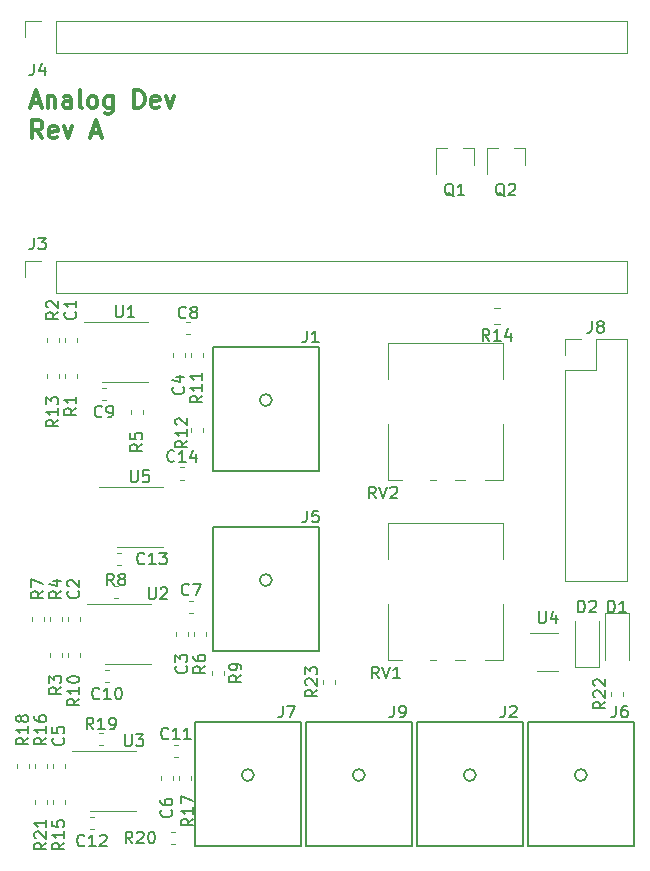
<source format=gbr>
%TF.GenerationSoftware,KiCad,Pcbnew,5.1.6+dfsg1-1*%
%TF.CreationDate,2020-08-05T10:42:46+08:00*%
%TF.ProjectId,stm32dev-analog,73746d33-3264-4657-962d-616e616c6f67,rev?*%
%TF.SameCoordinates,Original*%
%TF.FileFunction,Legend,Top*%
%TF.FilePolarity,Positive*%
%FSLAX46Y46*%
G04 Gerber Fmt 4.6, Leading zero omitted, Abs format (unit mm)*
G04 Created by KiCad (PCBNEW 5.1.6+dfsg1-1) date 2020-08-05 10:42:46*
%MOMM*%
%LPD*%
G01*
G04 APERTURE LIST*
%ADD10C,0.300000*%
%ADD11C,0.120000*%
%ADD12C,0.150000*%
G04 APERTURE END LIST*
D10*
X104620714Y-34535000D02*
X105335000Y-34535000D01*
X104477857Y-34963571D02*
X104977857Y-33463571D01*
X105477857Y-34963571D01*
X105977857Y-33963571D02*
X105977857Y-34963571D01*
X105977857Y-34106428D02*
X106049285Y-34035000D01*
X106192142Y-33963571D01*
X106406428Y-33963571D01*
X106549285Y-34035000D01*
X106620714Y-34177857D01*
X106620714Y-34963571D01*
X107977857Y-34963571D02*
X107977857Y-34177857D01*
X107906428Y-34035000D01*
X107763571Y-33963571D01*
X107477857Y-33963571D01*
X107335000Y-34035000D01*
X107977857Y-34892142D02*
X107835000Y-34963571D01*
X107477857Y-34963571D01*
X107335000Y-34892142D01*
X107263571Y-34749285D01*
X107263571Y-34606428D01*
X107335000Y-34463571D01*
X107477857Y-34392142D01*
X107835000Y-34392142D01*
X107977857Y-34320714D01*
X108906428Y-34963571D02*
X108763571Y-34892142D01*
X108692142Y-34749285D01*
X108692142Y-33463571D01*
X109692142Y-34963571D02*
X109549285Y-34892142D01*
X109477857Y-34820714D01*
X109406428Y-34677857D01*
X109406428Y-34249285D01*
X109477857Y-34106428D01*
X109549285Y-34035000D01*
X109692142Y-33963571D01*
X109906428Y-33963571D01*
X110049285Y-34035000D01*
X110120714Y-34106428D01*
X110192142Y-34249285D01*
X110192142Y-34677857D01*
X110120714Y-34820714D01*
X110049285Y-34892142D01*
X109906428Y-34963571D01*
X109692142Y-34963571D01*
X111477857Y-33963571D02*
X111477857Y-35177857D01*
X111406428Y-35320714D01*
X111335000Y-35392142D01*
X111192142Y-35463571D01*
X110977857Y-35463571D01*
X110835000Y-35392142D01*
X111477857Y-34892142D02*
X111335000Y-34963571D01*
X111049285Y-34963571D01*
X110906428Y-34892142D01*
X110835000Y-34820714D01*
X110763571Y-34677857D01*
X110763571Y-34249285D01*
X110835000Y-34106428D01*
X110906428Y-34035000D01*
X111049285Y-33963571D01*
X111335000Y-33963571D01*
X111477857Y-34035000D01*
X113335000Y-34963571D02*
X113335000Y-33463571D01*
X113692142Y-33463571D01*
X113906428Y-33535000D01*
X114049285Y-33677857D01*
X114120714Y-33820714D01*
X114192142Y-34106428D01*
X114192142Y-34320714D01*
X114120714Y-34606428D01*
X114049285Y-34749285D01*
X113906428Y-34892142D01*
X113692142Y-34963571D01*
X113335000Y-34963571D01*
X115406428Y-34892142D02*
X115263571Y-34963571D01*
X114977857Y-34963571D01*
X114835000Y-34892142D01*
X114763571Y-34749285D01*
X114763571Y-34177857D01*
X114835000Y-34035000D01*
X114977857Y-33963571D01*
X115263571Y-33963571D01*
X115406428Y-34035000D01*
X115477857Y-34177857D01*
X115477857Y-34320714D01*
X114763571Y-34463571D01*
X115977857Y-33963571D02*
X116335000Y-34963571D01*
X116692142Y-33963571D01*
X105549285Y-37513571D02*
X105049285Y-36799285D01*
X104692142Y-37513571D02*
X104692142Y-36013571D01*
X105263571Y-36013571D01*
X105406428Y-36085000D01*
X105477857Y-36156428D01*
X105549285Y-36299285D01*
X105549285Y-36513571D01*
X105477857Y-36656428D01*
X105406428Y-36727857D01*
X105263571Y-36799285D01*
X104692142Y-36799285D01*
X106763571Y-37442142D02*
X106620714Y-37513571D01*
X106335000Y-37513571D01*
X106192142Y-37442142D01*
X106120714Y-37299285D01*
X106120714Y-36727857D01*
X106192142Y-36585000D01*
X106335000Y-36513571D01*
X106620714Y-36513571D01*
X106763571Y-36585000D01*
X106835000Y-36727857D01*
X106835000Y-36870714D01*
X106120714Y-37013571D01*
X107335000Y-36513571D02*
X107692142Y-37513571D01*
X108049285Y-36513571D01*
X109692142Y-37085000D02*
X110406428Y-37085000D01*
X109549285Y-37513571D02*
X110049285Y-36013571D01*
X110549285Y-37513571D01*
D11*
%TO.C,D2*%
X150638000Y-82260000D02*
X150638000Y-78360000D01*
X152638000Y-82260000D02*
X152638000Y-78360000D01*
X150638000Y-82260000D02*
X152638000Y-82260000D01*
%TO.C,D1*%
X155178000Y-77760000D02*
X155178000Y-81660000D01*
X153178000Y-77760000D02*
X153178000Y-81660000D01*
X155178000Y-77760000D02*
X153178000Y-77760000D01*
%TO.C,C13*%
X111851221Y-72642000D02*
X112176779Y-72642000D01*
X111851221Y-73662000D02*
X112176779Y-73662000D01*
%TO.C,Q2*%
X146360000Y-38356000D02*
X146360000Y-39816000D01*
X143200000Y-38356000D02*
X143200000Y-40516000D01*
X143200000Y-38356000D02*
X144130000Y-38356000D01*
X146360000Y-38356000D02*
X145430000Y-38356000D01*
%TO.C,R23*%
X130304000Y-83728779D02*
X130304000Y-83403221D01*
X129284000Y-83728779D02*
X129284000Y-83403221D01*
%TO.C,Q1*%
X142042000Y-38356000D02*
X142042000Y-39816000D01*
X138882000Y-38356000D02*
X138882000Y-40516000D01*
X138882000Y-38356000D02*
X139812000Y-38356000D01*
X142042000Y-38356000D02*
X141112000Y-38356000D01*
D12*
%TO.C,J9*%
X132842000Y-91440000D02*
G75*
G03*
X132842000Y-91440000I-508000J0D01*
G01*
X136834000Y-86940000D02*
X136834000Y-97440000D01*
X127834000Y-86940000D02*
X136834000Y-86940000D01*
X127834000Y-97440000D02*
X127834000Y-86940000D01*
X136834000Y-97440000D02*
X127834000Y-97440000D01*
D11*
%TO.C,C12*%
X109565221Y-94994000D02*
X109890779Y-94994000D01*
X109565221Y-96014000D02*
X109890779Y-96014000D01*
%TO.C,C11*%
X116677221Y-88898000D02*
X117002779Y-88898000D01*
X116677221Y-89918000D02*
X117002779Y-89918000D01*
%TO.C,J8*%
X149800000Y-74990000D02*
X155000000Y-74990000D01*
X149800000Y-57150000D02*
X149800000Y-74990000D01*
X155000000Y-54550000D02*
X155000000Y-74990000D01*
X149800000Y-57150000D02*
X152400000Y-57150000D01*
X152400000Y-57150000D02*
X152400000Y-54550000D01*
X152400000Y-54550000D02*
X155000000Y-54550000D01*
X149800000Y-55880000D02*
X149800000Y-54550000D01*
X149800000Y-54550000D02*
X151130000Y-54550000D01*
%TO.C,U2*%
X112776000Y-82062000D02*
X114726000Y-82062000D01*
X112776000Y-82062000D02*
X110826000Y-82062000D01*
X112776000Y-76942000D02*
X114726000Y-76942000D01*
X112776000Y-76942000D02*
X109326000Y-76942000D01*
%TO.C,J4*%
X106680000Y-30286000D02*
X106680000Y-27626000D01*
X106680000Y-30286000D02*
X155000000Y-30286000D01*
X155000000Y-30286000D02*
X155000000Y-27626000D01*
X106680000Y-27626000D02*
X155000000Y-27626000D01*
X104080000Y-27626000D02*
X105410000Y-27626000D01*
X104080000Y-28956000D02*
X104080000Y-27626000D01*
%TO.C,J3*%
X106680000Y-50606000D02*
X106680000Y-47946000D01*
X106680000Y-50606000D02*
X155000000Y-50606000D01*
X155000000Y-50606000D02*
X155000000Y-47946000D01*
X106680000Y-47946000D02*
X155000000Y-47946000D01*
X104080000Y-47946000D02*
X105410000Y-47946000D01*
X104080000Y-49276000D02*
X104080000Y-47946000D01*
%TO.C,C14*%
X117185221Y-65403000D02*
X117510779Y-65403000D01*
X117185221Y-66423000D02*
X117510779Y-66423000D01*
%TO.C,C10*%
X110835221Y-82548000D02*
X111160779Y-82548000D01*
X110835221Y-83568000D02*
X111160779Y-83568000D01*
%TO.C,C9*%
X110581221Y-58672000D02*
X110906779Y-58672000D01*
X110581221Y-59692000D02*
X110906779Y-59692000D01*
%TO.C,C8*%
X117693221Y-53084000D02*
X118018779Y-53084000D01*
X117693221Y-54104000D02*
X118018779Y-54104000D01*
%TO.C,C7*%
X117947221Y-76706000D02*
X118272779Y-76706000D01*
X117947221Y-77726000D02*
X118272779Y-77726000D01*
%TO.C,U5*%
X113792000Y-67036000D02*
X110342000Y-67036000D01*
X113792000Y-67036000D02*
X115742000Y-67036000D01*
X113792000Y-72156000D02*
X111842000Y-72156000D01*
X113792000Y-72156000D02*
X115742000Y-72156000D01*
%TO.C,U4*%
X149236000Y-79416000D02*
X146786000Y-79416000D01*
X147436000Y-82636000D02*
X149236000Y-82636000D01*
%TO.C,U3*%
X111506000Y-89388000D02*
X108056000Y-89388000D01*
X111506000Y-89388000D02*
X113456000Y-89388000D01*
X111506000Y-94508000D02*
X109556000Y-94508000D01*
X111506000Y-94508000D02*
X113456000Y-94508000D01*
%TO.C,U1*%
X112522000Y-53066000D02*
X109072000Y-53066000D01*
X112522000Y-53066000D02*
X114472000Y-53066000D01*
X112522000Y-58186000D02*
X110572000Y-58186000D01*
X112522000Y-58186000D02*
X114472000Y-58186000D01*
%TO.C,RV2*%
X144530000Y-54840000D02*
X134790000Y-54840000D01*
X144530000Y-66430000D02*
X143040000Y-66430000D01*
X144530000Y-57900000D02*
X144530000Y-54840000D01*
X134780000Y-66430000D02*
X134780000Y-61710000D01*
X134790000Y-57900000D02*
X134790000Y-54840000D01*
X144530000Y-66430000D02*
X144530000Y-61710000D01*
X135970000Y-66430000D02*
X134790000Y-66430000D01*
X138870000Y-66430000D02*
X138340000Y-66430000D01*
X141320000Y-66430000D02*
X140490000Y-66430000D01*
%TO.C,RV1*%
X144530000Y-70080000D02*
X134790000Y-70080000D01*
X144530000Y-81670000D02*
X143040000Y-81670000D01*
X144530000Y-73140000D02*
X144530000Y-70080000D01*
X134780000Y-81670000D02*
X134780000Y-76950000D01*
X134790000Y-73140000D02*
X134790000Y-70080000D01*
X144530000Y-81670000D02*
X144530000Y-76950000D01*
X135970000Y-81670000D02*
X134790000Y-81670000D01*
X138870000Y-81670000D02*
X138340000Y-81670000D01*
X141320000Y-81670000D02*
X140490000Y-81670000D01*
%TO.C,R22*%
X154688000Y-84744779D02*
X154688000Y-84419221D01*
X153668000Y-84744779D02*
X153668000Y-84419221D01*
%TO.C,R21*%
X104900000Y-93563221D02*
X104900000Y-93888779D01*
X105920000Y-93563221D02*
X105920000Y-93888779D01*
%TO.C,R20*%
X116748779Y-96264000D02*
X116423221Y-96264000D01*
X116748779Y-97284000D02*
X116423221Y-97284000D01*
%TO.C,R19*%
X110652779Y-87882000D02*
X110327221Y-87882000D01*
X110652779Y-88902000D02*
X110327221Y-88902000D01*
%TO.C,R18*%
X104396000Y-90840779D02*
X104396000Y-90515221D01*
X103376000Y-90840779D02*
X103376000Y-90515221D01*
%TO.C,R17*%
X117092000Y-91531221D02*
X117092000Y-91856779D01*
X118112000Y-91531221D02*
X118112000Y-91856779D01*
%TO.C,R16*%
X104900000Y-90515221D02*
X104900000Y-90840779D01*
X105920000Y-90515221D02*
X105920000Y-90840779D01*
%TO.C,R15*%
X107444000Y-93888779D02*
X107444000Y-93563221D01*
X106424000Y-93888779D02*
X106424000Y-93563221D01*
%TO.C,R14*%
X144276578Y-51868000D02*
X143759422Y-51868000D01*
X144276578Y-53288000D02*
X143759422Y-53288000D01*
%TO.C,R13*%
X106936000Y-57820779D02*
X106936000Y-57495221D01*
X105916000Y-57820779D02*
X105916000Y-57495221D01*
%TO.C,R12*%
X118108000Y-62067221D02*
X118108000Y-62392779D01*
X119128000Y-62067221D02*
X119128000Y-62392779D01*
%TO.C,R11*%
X118108000Y-55717221D02*
X118108000Y-56042779D01*
X119128000Y-55717221D02*
X119128000Y-56042779D01*
%TO.C,R10*%
X107694000Y-81117221D02*
X107694000Y-81442779D01*
X108714000Y-81117221D02*
X108714000Y-81442779D01*
%TO.C,R9*%
X120906000Y-82966779D02*
X120906000Y-82641221D01*
X119886000Y-82966779D02*
X119886000Y-82641221D01*
%TO.C,R8*%
X111922779Y-75436000D02*
X111597221Y-75436000D01*
X111922779Y-76456000D02*
X111597221Y-76456000D01*
%TO.C,R7*%
X105666000Y-78394779D02*
X105666000Y-78069221D01*
X104646000Y-78394779D02*
X104646000Y-78069221D01*
%TO.C,R6*%
X118362000Y-79339221D02*
X118362000Y-79664779D01*
X119382000Y-79339221D02*
X119382000Y-79664779D01*
%TO.C,R5*%
X113028000Y-60543221D02*
X113028000Y-60868779D01*
X114048000Y-60543221D02*
X114048000Y-60868779D01*
%TO.C,R4*%
X106170000Y-78069221D02*
X106170000Y-78394779D01*
X107190000Y-78069221D02*
X107190000Y-78394779D01*
%TO.C,R3*%
X107190000Y-81442779D02*
X107190000Y-81117221D01*
X106170000Y-81442779D02*
X106170000Y-81117221D01*
%TO.C,R2*%
X105916000Y-54447221D02*
X105916000Y-54772779D01*
X106936000Y-54447221D02*
X106936000Y-54772779D01*
%TO.C,R1*%
X107440000Y-57495221D02*
X107440000Y-57820779D01*
X108460000Y-57495221D02*
X108460000Y-57820779D01*
D12*
%TO.C,J7*%
X123444000Y-91440000D02*
G75*
G03*
X123444000Y-91440000I-508000J0D01*
G01*
X127436000Y-86940000D02*
X127436000Y-97440000D01*
X118436000Y-86940000D02*
X127436000Y-86940000D01*
X118436000Y-97440000D02*
X118436000Y-86940000D01*
X127436000Y-97440000D02*
X118436000Y-97440000D01*
%TO.C,J6*%
X151638000Y-91440000D02*
G75*
G03*
X151638000Y-91440000I-508000J0D01*
G01*
X155630000Y-86940000D02*
X155630000Y-97440000D01*
X146630000Y-86940000D02*
X155630000Y-86940000D01*
X146630000Y-97440000D02*
X146630000Y-86940000D01*
X155630000Y-97440000D02*
X146630000Y-97440000D01*
%TO.C,J5*%
X124968000Y-74930000D02*
G75*
G03*
X124968000Y-74930000I-508000J0D01*
G01*
X128960000Y-70430000D02*
X128960000Y-80930000D01*
X119960000Y-70430000D02*
X128960000Y-70430000D01*
X119960000Y-80930000D02*
X119960000Y-70430000D01*
X128960000Y-80930000D02*
X119960000Y-80930000D01*
%TO.C,J2*%
X142240000Y-91440000D02*
G75*
G03*
X142240000Y-91440000I-508000J0D01*
G01*
X146232000Y-86940000D02*
X146232000Y-97440000D01*
X137232000Y-86940000D02*
X146232000Y-86940000D01*
X137232000Y-97440000D02*
X137232000Y-86940000D01*
X146232000Y-97440000D02*
X137232000Y-97440000D01*
%TO.C,J1*%
X124968000Y-59690000D02*
G75*
G03*
X124968000Y-59690000I-508000J0D01*
G01*
X128960000Y-55190000D02*
X128960000Y-65690000D01*
X119960000Y-55190000D02*
X128960000Y-55190000D01*
X119960000Y-65690000D02*
X119960000Y-55190000D01*
X128960000Y-65690000D02*
X119960000Y-65690000D01*
D11*
%TO.C,C6*%
X116588000Y-91856779D02*
X116588000Y-91531221D01*
X115568000Y-91856779D02*
X115568000Y-91531221D01*
%TO.C,C5*%
X107444000Y-90840779D02*
X107444000Y-90515221D01*
X106424000Y-90840779D02*
X106424000Y-90515221D01*
%TO.C,C4*%
X117604000Y-56042779D02*
X117604000Y-55717221D01*
X116584000Y-56042779D02*
X116584000Y-55717221D01*
%TO.C,C3*%
X117858000Y-79664779D02*
X117858000Y-79339221D01*
X116838000Y-79664779D02*
X116838000Y-79339221D01*
%TO.C,C2*%
X108714000Y-78394779D02*
X108714000Y-78069221D01*
X107694000Y-78394779D02*
X107694000Y-78069221D01*
%TO.C,C1*%
X108460000Y-54772779D02*
X108460000Y-54447221D01*
X107440000Y-54772779D02*
X107440000Y-54447221D01*
%TO.C,D2*%
D12*
X150899904Y-77668380D02*
X150899904Y-76668380D01*
X151138000Y-76668380D01*
X151280857Y-76716000D01*
X151376095Y-76811238D01*
X151423714Y-76906476D01*
X151471333Y-77096952D01*
X151471333Y-77239809D01*
X151423714Y-77430285D01*
X151376095Y-77525523D01*
X151280857Y-77620761D01*
X151138000Y-77668380D01*
X150899904Y-77668380D01*
X151852285Y-76763619D02*
X151899904Y-76716000D01*
X151995142Y-76668380D01*
X152233238Y-76668380D01*
X152328476Y-76716000D01*
X152376095Y-76763619D01*
X152423714Y-76858857D01*
X152423714Y-76954095D01*
X152376095Y-77096952D01*
X151804666Y-77668380D01*
X152423714Y-77668380D01*
%TO.C,D1*%
X153439904Y-77668380D02*
X153439904Y-76668380D01*
X153678000Y-76668380D01*
X153820857Y-76716000D01*
X153916095Y-76811238D01*
X153963714Y-76906476D01*
X154011333Y-77096952D01*
X154011333Y-77239809D01*
X153963714Y-77430285D01*
X153916095Y-77525523D01*
X153820857Y-77620761D01*
X153678000Y-77668380D01*
X153439904Y-77668380D01*
X154963714Y-77668380D02*
X154392285Y-77668380D01*
X154678000Y-77668380D02*
X154678000Y-76668380D01*
X154582761Y-76811238D01*
X154487523Y-76906476D01*
X154392285Y-76954095D01*
%TO.C,C13*%
X114165142Y-73509142D02*
X114117523Y-73556761D01*
X113974666Y-73604380D01*
X113879428Y-73604380D01*
X113736571Y-73556761D01*
X113641333Y-73461523D01*
X113593714Y-73366285D01*
X113546095Y-73175809D01*
X113546095Y-73032952D01*
X113593714Y-72842476D01*
X113641333Y-72747238D01*
X113736571Y-72652000D01*
X113879428Y-72604380D01*
X113974666Y-72604380D01*
X114117523Y-72652000D01*
X114165142Y-72699619D01*
X115117523Y-73604380D02*
X114546095Y-73604380D01*
X114831809Y-73604380D02*
X114831809Y-72604380D01*
X114736571Y-72747238D01*
X114641333Y-72842476D01*
X114546095Y-72890095D01*
X115450857Y-72604380D02*
X116069904Y-72604380D01*
X115736571Y-72985333D01*
X115879428Y-72985333D01*
X115974666Y-73032952D01*
X116022285Y-73080571D01*
X116069904Y-73175809D01*
X116069904Y-73413904D01*
X116022285Y-73509142D01*
X115974666Y-73556761D01*
X115879428Y-73604380D01*
X115593714Y-73604380D01*
X115498476Y-73556761D01*
X115450857Y-73509142D01*
%TO.C,Q2*%
X144684761Y-42457619D02*
X144589523Y-42410000D01*
X144494285Y-42314761D01*
X144351428Y-42171904D01*
X144256190Y-42124285D01*
X144160952Y-42124285D01*
X144208571Y-42362380D02*
X144113333Y-42314761D01*
X144018095Y-42219523D01*
X143970476Y-42029047D01*
X143970476Y-41695714D01*
X144018095Y-41505238D01*
X144113333Y-41410000D01*
X144208571Y-41362380D01*
X144399047Y-41362380D01*
X144494285Y-41410000D01*
X144589523Y-41505238D01*
X144637142Y-41695714D01*
X144637142Y-42029047D01*
X144589523Y-42219523D01*
X144494285Y-42314761D01*
X144399047Y-42362380D01*
X144208571Y-42362380D01*
X145018095Y-41457619D02*
X145065714Y-41410000D01*
X145160952Y-41362380D01*
X145399047Y-41362380D01*
X145494285Y-41410000D01*
X145541904Y-41457619D01*
X145589523Y-41552857D01*
X145589523Y-41648095D01*
X145541904Y-41790952D01*
X144970476Y-42362380D01*
X145589523Y-42362380D01*
%TO.C,R23*%
X128816380Y-84208857D02*
X128340190Y-84542190D01*
X128816380Y-84780285D02*
X127816380Y-84780285D01*
X127816380Y-84399333D01*
X127864000Y-84304095D01*
X127911619Y-84256476D01*
X128006857Y-84208857D01*
X128149714Y-84208857D01*
X128244952Y-84256476D01*
X128292571Y-84304095D01*
X128340190Y-84399333D01*
X128340190Y-84780285D01*
X127911619Y-83827904D02*
X127864000Y-83780285D01*
X127816380Y-83685047D01*
X127816380Y-83446952D01*
X127864000Y-83351714D01*
X127911619Y-83304095D01*
X128006857Y-83256476D01*
X128102095Y-83256476D01*
X128244952Y-83304095D01*
X128816380Y-83875523D01*
X128816380Y-83256476D01*
X127816380Y-82923142D02*
X127816380Y-82304095D01*
X128197333Y-82637428D01*
X128197333Y-82494571D01*
X128244952Y-82399333D01*
X128292571Y-82351714D01*
X128387809Y-82304095D01*
X128625904Y-82304095D01*
X128721142Y-82351714D01*
X128768761Y-82399333D01*
X128816380Y-82494571D01*
X128816380Y-82780285D01*
X128768761Y-82875523D01*
X128721142Y-82923142D01*
%TO.C,Q1*%
X140366761Y-42457619D02*
X140271523Y-42410000D01*
X140176285Y-42314761D01*
X140033428Y-42171904D01*
X139938190Y-42124285D01*
X139842952Y-42124285D01*
X139890571Y-42362380D02*
X139795333Y-42314761D01*
X139700095Y-42219523D01*
X139652476Y-42029047D01*
X139652476Y-41695714D01*
X139700095Y-41505238D01*
X139795333Y-41410000D01*
X139890571Y-41362380D01*
X140081047Y-41362380D01*
X140176285Y-41410000D01*
X140271523Y-41505238D01*
X140319142Y-41695714D01*
X140319142Y-42029047D01*
X140271523Y-42219523D01*
X140176285Y-42314761D01*
X140081047Y-42362380D01*
X139890571Y-42362380D01*
X141271523Y-42362380D02*
X140700095Y-42362380D01*
X140985809Y-42362380D02*
X140985809Y-41362380D01*
X140890571Y-41505238D01*
X140795333Y-41600476D01*
X140700095Y-41648095D01*
%TO.C,J9*%
X135302666Y-85558380D02*
X135302666Y-86272666D01*
X135255047Y-86415523D01*
X135159809Y-86510761D01*
X135016952Y-86558380D01*
X134921714Y-86558380D01*
X135826476Y-86558380D02*
X136016952Y-86558380D01*
X136112190Y-86510761D01*
X136159809Y-86463142D01*
X136255047Y-86320285D01*
X136302666Y-86129809D01*
X136302666Y-85748857D01*
X136255047Y-85653619D01*
X136207428Y-85606000D01*
X136112190Y-85558380D01*
X135921714Y-85558380D01*
X135826476Y-85606000D01*
X135778857Y-85653619D01*
X135731238Y-85748857D01*
X135731238Y-85986952D01*
X135778857Y-86082190D01*
X135826476Y-86129809D01*
X135921714Y-86177428D01*
X136112190Y-86177428D01*
X136207428Y-86129809D01*
X136255047Y-86082190D01*
X136302666Y-85986952D01*
%TO.C,C12*%
X109085142Y-97385142D02*
X109037523Y-97432761D01*
X108894666Y-97480380D01*
X108799428Y-97480380D01*
X108656571Y-97432761D01*
X108561333Y-97337523D01*
X108513714Y-97242285D01*
X108466095Y-97051809D01*
X108466095Y-96908952D01*
X108513714Y-96718476D01*
X108561333Y-96623238D01*
X108656571Y-96528000D01*
X108799428Y-96480380D01*
X108894666Y-96480380D01*
X109037523Y-96528000D01*
X109085142Y-96575619D01*
X110037523Y-97480380D02*
X109466095Y-97480380D01*
X109751809Y-97480380D02*
X109751809Y-96480380D01*
X109656571Y-96623238D01*
X109561333Y-96718476D01*
X109466095Y-96766095D01*
X110418476Y-96575619D02*
X110466095Y-96528000D01*
X110561333Y-96480380D01*
X110799428Y-96480380D01*
X110894666Y-96528000D01*
X110942285Y-96575619D01*
X110989904Y-96670857D01*
X110989904Y-96766095D01*
X110942285Y-96908952D01*
X110370857Y-97480380D01*
X110989904Y-97480380D01*
%TO.C,C11*%
X116197142Y-88335142D02*
X116149523Y-88382761D01*
X116006666Y-88430380D01*
X115911428Y-88430380D01*
X115768571Y-88382761D01*
X115673333Y-88287523D01*
X115625714Y-88192285D01*
X115578095Y-88001809D01*
X115578095Y-87858952D01*
X115625714Y-87668476D01*
X115673333Y-87573238D01*
X115768571Y-87478000D01*
X115911428Y-87430380D01*
X116006666Y-87430380D01*
X116149523Y-87478000D01*
X116197142Y-87525619D01*
X117149523Y-88430380D02*
X116578095Y-88430380D01*
X116863809Y-88430380D02*
X116863809Y-87430380D01*
X116768571Y-87573238D01*
X116673333Y-87668476D01*
X116578095Y-87716095D01*
X118101904Y-88430380D02*
X117530476Y-88430380D01*
X117816190Y-88430380D02*
X117816190Y-87430380D01*
X117720952Y-87573238D01*
X117625714Y-87668476D01*
X117530476Y-87716095D01*
%TO.C,J8*%
X152066666Y-53002380D02*
X152066666Y-53716666D01*
X152019047Y-53859523D01*
X151923809Y-53954761D01*
X151780952Y-54002380D01*
X151685714Y-54002380D01*
X152685714Y-53430952D02*
X152590476Y-53383333D01*
X152542857Y-53335714D01*
X152495238Y-53240476D01*
X152495238Y-53192857D01*
X152542857Y-53097619D01*
X152590476Y-53050000D01*
X152685714Y-53002380D01*
X152876190Y-53002380D01*
X152971428Y-53050000D01*
X153019047Y-53097619D01*
X153066666Y-53192857D01*
X153066666Y-53240476D01*
X153019047Y-53335714D01*
X152971428Y-53383333D01*
X152876190Y-53430952D01*
X152685714Y-53430952D01*
X152590476Y-53478571D01*
X152542857Y-53526190D01*
X152495238Y-53621428D01*
X152495238Y-53811904D01*
X152542857Y-53907142D01*
X152590476Y-53954761D01*
X152685714Y-54002380D01*
X152876190Y-54002380D01*
X152971428Y-53954761D01*
X153019047Y-53907142D01*
X153066666Y-53811904D01*
X153066666Y-53621428D01*
X153019047Y-53526190D01*
X152971428Y-53478571D01*
X152876190Y-53430952D01*
%TO.C,U2*%
X114554095Y-75554380D02*
X114554095Y-76363904D01*
X114601714Y-76459142D01*
X114649333Y-76506761D01*
X114744571Y-76554380D01*
X114935047Y-76554380D01*
X115030285Y-76506761D01*
X115077904Y-76459142D01*
X115125523Y-76363904D01*
X115125523Y-75554380D01*
X115554095Y-75649619D02*
X115601714Y-75602000D01*
X115696952Y-75554380D01*
X115935047Y-75554380D01*
X116030285Y-75602000D01*
X116077904Y-75649619D01*
X116125523Y-75744857D01*
X116125523Y-75840095D01*
X116077904Y-75982952D01*
X115506476Y-76554380D01*
X116125523Y-76554380D01*
%TO.C,J4*%
X104822666Y-31202380D02*
X104822666Y-31916666D01*
X104775047Y-32059523D01*
X104679809Y-32154761D01*
X104536952Y-32202380D01*
X104441714Y-32202380D01*
X105727428Y-31535714D02*
X105727428Y-32202380D01*
X105489333Y-31154761D02*
X105251238Y-31869047D01*
X105870285Y-31869047D01*
%TO.C,J3*%
X104822666Y-45934380D02*
X104822666Y-46648666D01*
X104775047Y-46791523D01*
X104679809Y-46886761D01*
X104536952Y-46934380D01*
X104441714Y-46934380D01*
X105203619Y-45934380D02*
X105822666Y-45934380D01*
X105489333Y-46315333D01*
X105632190Y-46315333D01*
X105727428Y-46362952D01*
X105775047Y-46410571D01*
X105822666Y-46505809D01*
X105822666Y-46743904D01*
X105775047Y-46839142D01*
X105727428Y-46886761D01*
X105632190Y-46934380D01*
X105346476Y-46934380D01*
X105251238Y-46886761D01*
X105203619Y-46839142D01*
%TO.C,C14*%
X116705142Y-64840142D02*
X116657523Y-64887761D01*
X116514666Y-64935380D01*
X116419428Y-64935380D01*
X116276571Y-64887761D01*
X116181333Y-64792523D01*
X116133714Y-64697285D01*
X116086095Y-64506809D01*
X116086095Y-64363952D01*
X116133714Y-64173476D01*
X116181333Y-64078238D01*
X116276571Y-63983000D01*
X116419428Y-63935380D01*
X116514666Y-63935380D01*
X116657523Y-63983000D01*
X116705142Y-64030619D01*
X117657523Y-64935380D02*
X117086095Y-64935380D01*
X117371809Y-64935380D02*
X117371809Y-63935380D01*
X117276571Y-64078238D01*
X117181333Y-64173476D01*
X117086095Y-64221095D01*
X118514666Y-64268714D02*
X118514666Y-64935380D01*
X118276571Y-63887761D02*
X118038476Y-64602047D01*
X118657523Y-64602047D01*
%TO.C,C10*%
X110355142Y-84939142D02*
X110307523Y-84986761D01*
X110164666Y-85034380D01*
X110069428Y-85034380D01*
X109926571Y-84986761D01*
X109831333Y-84891523D01*
X109783714Y-84796285D01*
X109736095Y-84605809D01*
X109736095Y-84462952D01*
X109783714Y-84272476D01*
X109831333Y-84177238D01*
X109926571Y-84082000D01*
X110069428Y-84034380D01*
X110164666Y-84034380D01*
X110307523Y-84082000D01*
X110355142Y-84129619D01*
X111307523Y-85034380D02*
X110736095Y-85034380D01*
X111021809Y-85034380D02*
X111021809Y-84034380D01*
X110926571Y-84177238D01*
X110831333Y-84272476D01*
X110736095Y-84320095D01*
X111926571Y-84034380D02*
X112021809Y-84034380D01*
X112117047Y-84082000D01*
X112164666Y-84129619D01*
X112212285Y-84224857D01*
X112259904Y-84415333D01*
X112259904Y-84653428D01*
X112212285Y-84843904D01*
X112164666Y-84939142D01*
X112117047Y-84986761D01*
X112021809Y-85034380D01*
X111926571Y-85034380D01*
X111831333Y-84986761D01*
X111783714Y-84939142D01*
X111736095Y-84843904D01*
X111688476Y-84653428D01*
X111688476Y-84415333D01*
X111736095Y-84224857D01*
X111783714Y-84129619D01*
X111831333Y-84082000D01*
X111926571Y-84034380D01*
%TO.C,C9*%
X110577333Y-61063142D02*
X110529714Y-61110761D01*
X110386857Y-61158380D01*
X110291619Y-61158380D01*
X110148761Y-61110761D01*
X110053523Y-61015523D01*
X110005904Y-60920285D01*
X109958285Y-60729809D01*
X109958285Y-60586952D01*
X110005904Y-60396476D01*
X110053523Y-60301238D01*
X110148761Y-60206000D01*
X110291619Y-60158380D01*
X110386857Y-60158380D01*
X110529714Y-60206000D01*
X110577333Y-60253619D01*
X111053523Y-61158380D02*
X111244000Y-61158380D01*
X111339238Y-61110761D01*
X111386857Y-61063142D01*
X111482095Y-60920285D01*
X111529714Y-60729809D01*
X111529714Y-60348857D01*
X111482095Y-60253619D01*
X111434476Y-60206000D01*
X111339238Y-60158380D01*
X111148761Y-60158380D01*
X111053523Y-60206000D01*
X111005904Y-60253619D01*
X110958285Y-60348857D01*
X110958285Y-60586952D01*
X111005904Y-60682190D01*
X111053523Y-60729809D01*
X111148761Y-60777428D01*
X111339238Y-60777428D01*
X111434476Y-60729809D01*
X111482095Y-60682190D01*
X111529714Y-60586952D01*
%TO.C,C8*%
X117689333Y-52681142D02*
X117641714Y-52728761D01*
X117498857Y-52776380D01*
X117403619Y-52776380D01*
X117260761Y-52728761D01*
X117165523Y-52633523D01*
X117117904Y-52538285D01*
X117070285Y-52347809D01*
X117070285Y-52204952D01*
X117117904Y-52014476D01*
X117165523Y-51919238D01*
X117260761Y-51824000D01*
X117403619Y-51776380D01*
X117498857Y-51776380D01*
X117641714Y-51824000D01*
X117689333Y-51871619D01*
X118260761Y-52204952D02*
X118165523Y-52157333D01*
X118117904Y-52109714D01*
X118070285Y-52014476D01*
X118070285Y-51966857D01*
X118117904Y-51871619D01*
X118165523Y-51824000D01*
X118260761Y-51776380D01*
X118451238Y-51776380D01*
X118546476Y-51824000D01*
X118594095Y-51871619D01*
X118641714Y-51966857D01*
X118641714Y-52014476D01*
X118594095Y-52109714D01*
X118546476Y-52157333D01*
X118451238Y-52204952D01*
X118260761Y-52204952D01*
X118165523Y-52252571D01*
X118117904Y-52300190D01*
X118070285Y-52395428D01*
X118070285Y-52585904D01*
X118117904Y-52681142D01*
X118165523Y-52728761D01*
X118260761Y-52776380D01*
X118451238Y-52776380D01*
X118546476Y-52728761D01*
X118594095Y-52681142D01*
X118641714Y-52585904D01*
X118641714Y-52395428D01*
X118594095Y-52300190D01*
X118546476Y-52252571D01*
X118451238Y-52204952D01*
%TO.C,C7*%
X117943333Y-76143142D02*
X117895714Y-76190761D01*
X117752857Y-76238380D01*
X117657619Y-76238380D01*
X117514761Y-76190761D01*
X117419523Y-76095523D01*
X117371904Y-76000285D01*
X117324285Y-75809809D01*
X117324285Y-75666952D01*
X117371904Y-75476476D01*
X117419523Y-75381238D01*
X117514761Y-75286000D01*
X117657619Y-75238380D01*
X117752857Y-75238380D01*
X117895714Y-75286000D01*
X117943333Y-75333619D01*
X118276666Y-75238380D02*
X118943333Y-75238380D01*
X118514761Y-76238380D01*
%TO.C,U5*%
X113030095Y-65648380D02*
X113030095Y-66457904D01*
X113077714Y-66553142D01*
X113125333Y-66600761D01*
X113220571Y-66648380D01*
X113411047Y-66648380D01*
X113506285Y-66600761D01*
X113553904Y-66553142D01*
X113601523Y-66457904D01*
X113601523Y-65648380D01*
X114553904Y-65648380D02*
X114077714Y-65648380D01*
X114030095Y-66124571D01*
X114077714Y-66076952D01*
X114172952Y-66029333D01*
X114411047Y-66029333D01*
X114506285Y-66076952D01*
X114553904Y-66124571D01*
X114601523Y-66219809D01*
X114601523Y-66457904D01*
X114553904Y-66553142D01*
X114506285Y-66600761D01*
X114411047Y-66648380D01*
X114172952Y-66648380D01*
X114077714Y-66600761D01*
X114030095Y-66553142D01*
%TO.C,U4*%
X147574095Y-77578380D02*
X147574095Y-78387904D01*
X147621714Y-78483142D01*
X147669333Y-78530761D01*
X147764571Y-78578380D01*
X147955047Y-78578380D01*
X148050285Y-78530761D01*
X148097904Y-78483142D01*
X148145523Y-78387904D01*
X148145523Y-77578380D01*
X149050285Y-77911714D02*
X149050285Y-78578380D01*
X148812190Y-77530761D02*
X148574095Y-78245047D01*
X149193142Y-78245047D01*
%TO.C,U3*%
X112522095Y-88000380D02*
X112522095Y-88809904D01*
X112569714Y-88905142D01*
X112617333Y-88952761D01*
X112712571Y-89000380D01*
X112903047Y-89000380D01*
X112998285Y-88952761D01*
X113045904Y-88905142D01*
X113093523Y-88809904D01*
X113093523Y-88000380D01*
X113474476Y-88000380D02*
X114093523Y-88000380D01*
X113760190Y-88381333D01*
X113903047Y-88381333D01*
X113998285Y-88428952D01*
X114045904Y-88476571D01*
X114093523Y-88571809D01*
X114093523Y-88809904D01*
X114045904Y-88905142D01*
X113998285Y-88952761D01*
X113903047Y-89000380D01*
X113617333Y-89000380D01*
X113522095Y-88952761D01*
X113474476Y-88905142D01*
%TO.C,U1*%
X111760095Y-51678380D02*
X111760095Y-52487904D01*
X111807714Y-52583142D01*
X111855333Y-52630761D01*
X111950571Y-52678380D01*
X112141047Y-52678380D01*
X112236285Y-52630761D01*
X112283904Y-52583142D01*
X112331523Y-52487904D01*
X112331523Y-51678380D01*
X113331523Y-52678380D02*
X112760095Y-52678380D01*
X113045809Y-52678380D02*
X113045809Y-51678380D01*
X112950571Y-51821238D01*
X112855333Y-51916476D01*
X112760095Y-51964095D01*
%TO.C,RV2*%
X133770761Y-68016380D02*
X133437428Y-67540190D01*
X133199333Y-68016380D02*
X133199333Y-67016380D01*
X133580285Y-67016380D01*
X133675523Y-67064000D01*
X133723142Y-67111619D01*
X133770761Y-67206857D01*
X133770761Y-67349714D01*
X133723142Y-67444952D01*
X133675523Y-67492571D01*
X133580285Y-67540190D01*
X133199333Y-67540190D01*
X134056476Y-67016380D02*
X134389809Y-68016380D01*
X134723142Y-67016380D01*
X135008857Y-67111619D02*
X135056476Y-67064000D01*
X135151714Y-67016380D01*
X135389809Y-67016380D01*
X135485047Y-67064000D01*
X135532666Y-67111619D01*
X135580285Y-67206857D01*
X135580285Y-67302095D01*
X135532666Y-67444952D01*
X134961238Y-68016380D01*
X135580285Y-68016380D01*
%TO.C,RV1*%
X134024761Y-83256380D02*
X133691428Y-82780190D01*
X133453333Y-83256380D02*
X133453333Y-82256380D01*
X133834285Y-82256380D01*
X133929523Y-82304000D01*
X133977142Y-82351619D01*
X134024761Y-82446857D01*
X134024761Y-82589714D01*
X133977142Y-82684952D01*
X133929523Y-82732571D01*
X133834285Y-82780190D01*
X133453333Y-82780190D01*
X134310476Y-82256380D02*
X134643809Y-83256380D01*
X134977142Y-82256380D01*
X135834285Y-83256380D02*
X135262857Y-83256380D01*
X135548571Y-83256380D02*
X135548571Y-82256380D01*
X135453333Y-82399238D01*
X135358095Y-82494476D01*
X135262857Y-82542095D01*
%TO.C,R22*%
X153200380Y-85224857D02*
X152724190Y-85558190D01*
X153200380Y-85796285D02*
X152200380Y-85796285D01*
X152200380Y-85415333D01*
X152248000Y-85320095D01*
X152295619Y-85272476D01*
X152390857Y-85224857D01*
X152533714Y-85224857D01*
X152628952Y-85272476D01*
X152676571Y-85320095D01*
X152724190Y-85415333D01*
X152724190Y-85796285D01*
X152295619Y-84843904D02*
X152248000Y-84796285D01*
X152200380Y-84701047D01*
X152200380Y-84462952D01*
X152248000Y-84367714D01*
X152295619Y-84320095D01*
X152390857Y-84272476D01*
X152486095Y-84272476D01*
X152628952Y-84320095D01*
X153200380Y-84891523D01*
X153200380Y-84272476D01*
X152295619Y-83891523D02*
X152248000Y-83843904D01*
X152200380Y-83748666D01*
X152200380Y-83510571D01*
X152248000Y-83415333D01*
X152295619Y-83367714D01*
X152390857Y-83320095D01*
X152486095Y-83320095D01*
X152628952Y-83367714D01*
X153200380Y-83939142D01*
X153200380Y-83320095D01*
%TO.C,R21*%
X105862380Y-97162857D02*
X105386190Y-97496190D01*
X105862380Y-97734285D02*
X104862380Y-97734285D01*
X104862380Y-97353333D01*
X104910000Y-97258095D01*
X104957619Y-97210476D01*
X105052857Y-97162857D01*
X105195714Y-97162857D01*
X105290952Y-97210476D01*
X105338571Y-97258095D01*
X105386190Y-97353333D01*
X105386190Y-97734285D01*
X104957619Y-96781904D02*
X104910000Y-96734285D01*
X104862380Y-96639047D01*
X104862380Y-96400952D01*
X104910000Y-96305714D01*
X104957619Y-96258095D01*
X105052857Y-96210476D01*
X105148095Y-96210476D01*
X105290952Y-96258095D01*
X105862380Y-96829523D01*
X105862380Y-96210476D01*
X105862380Y-95258095D02*
X105862380Y-95829523D01*
X105862380Y-95543809D02*
X104862380Y-95543809D01*
X105005238Y-95639047D01*
X105100476Y-95734285D01*
X105148095Y-95829523D01*
%TO.C,R20*%
X113149142Y-97226380D02*
X112815809Y-96750190D01*
X112577714Y-97226380D02*
X112577714Y-96226380D01*
X112958666Y-96226380D01*
X113053904Y-96274000D01*
X113101523Y-96321619D01*
X113149142Y-96416857D01*
X113149142Y-96559714D01*
X113101523Y-96654952D01*
X113053904Y-96702571D01*
X112958666Y-96750190D01*
X112577714Y-96750190D01*
X113530095Y-96321619D02*
X113577714Y-96274000D01*
X113672952Y-96226380D01*
X113911047Y-96226380D01*
X114006285Y-96274000D01*
X114053904Y-96321619D01*
X114101523Y-96416857D01*
X114101523Y-96512095D01*
X114053904Y-96654952D01*
X113482476Y-97226380D01*
X114101523Y-97226380D01*
X114720571Y-96226380D02*
X114815809Y-96226380D01*
X114911047Y-96274000D01*
X114958666Y-96321619D01*
X115006285Y-96416857D01*
X115053904Y-96607333D01*
X115053904Y-96845428D01*
X115006285Y-97035904D01*
X114958666Y-97131142D01*
X114911047Y-97178761D01*
X114815809Y-97226380D01*
X114720571Y-97226380D01*
X114625333Y-97178761D01*
X114577714Y-97131142D01*
X114530095Y-97035904D01*
X114482476Y-96845428D01*
X114482476Y-96607333D01*
X114530095Y-96416857D01*
X114577714Y-96321619D01*
X114625333Y-96274000D01*
X114720571Y-96226380D01*
%TO.C,R19*%
X109847142Y-87574380D02*
X109513809Y-87098190D01*
X109275714Y-87574380D02*
X109275714Y-86574380D01*
X109656666Y-86574380D01*
X109751904Y-86622000D01*
X109799523Y-86669619D01*
X109847142Y-86764857D01*
X109847142Y-86907714D01*
X109799523Y-87002952D01*
X109751904Y-87050571D01*
X109656666Y-87098190D01*
X109275714Y-87098190D01*
X110799523Y-87574380D02*
X110228095Y-87574380D01*
X110513809Y-87574380D02*
X110513809Y-86574380D01*
X110418571Y-86717238D01*
X110323333Y-86812476D01*
X110228095Y-86860095D01*
X111275714Y-87574380D02*
X111466190Y-87574380D01*
X111561428Y-87526761D01*
X111609047Y-87479142D01*
X111704285Y-87336285D01*
X111751904Y-87145809D01*
X111751904Y-86764857D01*
X111704285Y-86669619D01*
X111656666Y-86622000D01*
X111561428Y-86574380D01*
X111370952Y-86574380D01*
X111275714Y-86622000D01*
X111228095Y-86669619D01*
X111180476Y-86764857D01*
X111180476Y-87002952D01*
X111228095Y-87098190D01*
X111275714Y-87145809D01*
X111370952Y-87193428D01*
X111561428Y-87193428D01*
X111656666Y-87145809D01*
X111704285Y-87098190D01*
X111751904Y-87002952D01*
%TO.C,R18*%
X104338380Y-88272857D02*
X103862190Y-88606190D01*
X104338380Y-88844285D02*
X103338380Y-88844285D01*
X103338380Y-88463333D01*
X103386000Y-88368095D01*
X103433619Y-88320476D01*
X103528857Y-88272857D01*
X103671714Y-88272857D01*
X103766952Y-88320476D01*
X103814571Y-88368095D01*
X103862190Y-88463333D01*
X103862190Y-88844285D01*
X104338380Y-87320476D02*
X104338380Y-87891904D01*
X104338380Y-87606190D02*
X103338380Y-87606190D01*
X103481238Y-87701428D01*
X103576476Y-87796666D01*
X103624095Y-87891904D01*
X103766952Y-86749047D02*
X103719333Y-86844285D01*
X103671714Y-86891904D01*
X103576476Y-86939523D01*
X103528857Y-86939523D01*
X103433619Y-86891904D01*
X103386000Y-86844285D01*
X103338380Y-86749047D01*
X103338380Y-86558571D01*
X103386000Y-86463333D01*
X103433619Y-86415714D01*
X103528857Y-86368095D01*
X103576476Y-86368095D01*
X103671714Y-86415714D01*
X103719333Y-86463333D01*
X103766952Y-86558571D01*
X103766952Y-86749047D01*
X103814571Y-86844285D01*
X103862190Y-86891904D01*
X103957428Y-86939523D01*
X104147904Y-86939523D01*
X104243142Y-86891904D01*
X104290761Y-86844285D01*
X104338380Y-86749047D01*
X104338380Y-86558571D01*
X104290761Y-86463333D01*
X104243142Y-86415714D01*
X104147904Y-86368095D01*
X103957428Y-86368095D01*
X103862190Y-86415714D01*
X103814571Y-86463333D01*
X103766952Y-86558571D01*
%TO.C,R17*%
X118308380Y-95130857D02*
X117832190Y-95464190D01*
X118308380Y-95702285D02*
X117308380Y-95702285D01*
X117308380Y-95321333D01*
X117356000Y-95226095D01*
X117403619Y-95178476D01*
X117498857Y-95130857D01*
X117641714Y-95130857D01*
X117736952Y-95178476D01*
X117784571Y-95226095D01*
X117832190Y-95321333D01*
X117832190Y-95702285D01*
X118308380Y-94178476D02*
X118308380Y-94749904D01*
X118308380Y-94464190D02*
X117308380Y-94464190D01*
X117451238Y-94559428D01*
X117546476Y-94654666D01*
X117594095Y-94749904D01*
X117308380Y-93845142D02*
X117308380Y-93178476D01*
X118308380Y-93607047D01*
%TO.C,R16*%
X105862380Y-88272857D02*
X105386190Y-88606190D01*
X105862380Y-88844285D02*
X104862380Y-88844285D01*
X104862380Y-88463333D01*
X104910000Y-88368095D01*
X104957619Y-88320476D01*
X105052857Y-88272857D01*
X105195714Y-88272857D01*
X105290952Y-88320476D01*
X105338571Y-88368095D01*
X105386190Y-88463333D01*
X105386190Y-88844285D01*
X105862380Y-87320476D02*
X105862380Y-87891904D01*
X105862380Y-87606190D02*
X104862380Y-87606190D01*
X105005238Y-87701428D01*
X105100476Y-87796666D01*
X105148095Y-87891904D01*
X104862380Y-86463333D02*
X104862380Y-86653809D01*
X104910000Y-86749047D01*
X104957619Y-86796666D01*
X105100476Y-86891904D01*
X105290952Y-86939523D01*
X105671904Y-86939523D01*
X105767142Y-86891904D01*
X105814761Y-86844285D01*
X105862380Y-86749047D01*
X105862380Y-86558571D01*
X105814761Y-86463333D01*
X105767142Y-86415714D01*
X105671904Y-86368095D01*
X105433809Y-86368095D01*
X105338571Y-86415714D01*
X105290952Y-86463333D01*
X105243333Y-86558571D01*
X105243333Y-86749047D01*
X105290952Y-86844285D01*
X105338571Y-86891904D01*
X105433809Y-86939523D01*
%TO.C,R15*%
X107386380Y-97162857D02*
X106910190Y-97496190D01*
X107386380Y-97734285D02*
X106386380Y-97734285D01*
X106386380Y-97353333D01*
X106434000Y-97258095D01*
X106481619Y-97210476D01*
X106576857Y-97162857D01*
X106719714Y-97162857D01*
X106814952Y-97210476D01*
X106862571Y-97258095D01*
X106910190Y-97353333D01*
X106910190Y-97734285D01*
X107386380Y-96210476D02*
X107386380Y-96781904D01*
X107386380Y-96496190D02*
X106386380Y-96496190D01*
X106529238Y-96591428D01*
X106624476Y-96686666D01*
X106672095Y-96781904D01*
X106386380Y-95305714D02*
X106386380Y-95781904D01*
X106862571Y-95829523D01*
X106814952Y-95781904D01*
X106767333Y-95686666D01*
X106767333Y-95448571D01*
X106814952Y-95353333D01*
X106862571Y-95305714D01*
X106957809Y-95258095D01*
X107195904Y-95258095D01*
X107291142Y-95305714D01*
X107338761Y-95353333D01*
X107386380Y-95448571D01*
X107386380Y-95686666D01*
X107338761Y-95781904D01*
X107291142Y-95829523D01*
%TO.C,R14*%
X143375142Y-54680380D02*
X143041809Y-54204190D01*
X142803714Y-54680380D02*
X142803714Y-53680380D01*
X143184666Y-53680380D01*
X143279904Y-53728000D01*
X143327523Y-53775619D01*
X143375142Y-53870857D01*
X143375142Y-54013714D01*
X143327523Y-54108952D01*
X143279904Y-54156571D01*
X143184666Y-54204190D01*
X142803714Y-54204190D01*
X144327523Y-54680380D02*
X143756095Y-54680380D01*
X144041809Y-54680380D02*
X144041809Y-53680380D01*
X143946571Y-53823238D01*
X143851333Y-53918476D01*
X143756095Y-53966095D01*
X145184666Y-54013714D02*
X145184666Y-54680380D01*
X144946571Y-53632761D02*
X144708476Y-54347047D01*
X145327523Y-54347047D01*
%TO.C,R13*%
X106878380Y-61348857D02*
X106402190Y-61682190D01*
X106878380Y-61920285D02*
X105878380Y-61920285D01*
X105878380Y-61539333D01*
X105926000Y-61444095D01*
X105973619Y-61396476D01*
X106068857Y-61348857D01*
X106211714Y-61348857D01*
X106306952Y-61396476D01*
X106354571Y-61444095D01*
X106402190Y-61539333D01*
X106402190Y-61920285D01*
X106878380Y-60396476D02*
X106878380Y-60967904D01*
X106878380Y-60682190D02*
X105878380Y-60682190D01*
X106021238Y-60777428D01*
X106116476Y-60872666D01*
X106164095Y-60967904D01*
X105878380Y-60063142D02*
X105878380Y-59444095D01*
X106259333Y-59777428D01*
X106259333Y-59634571D01*
X106306952Y-59539333D01*
X106354571Y-59491714D01*
X106449809Y-59444095D01*
X106687904Y-59444095D01*
X106783142Y-59491714D01*
X106830761Y-59539333D01*
X106878380Y-59634571D01*
X106878380Y-59920285D01*
X106830761Y-60015523D01*
X106783142Y-60063142D01*
%TO.C,R12*%
X117800380Y-63126857D02*
X117324190Y-63460190D01*
X117800380Y-63698285D02*
X116800380Y-63698285D01*
X116800380Y-63317333D01*
X116848000Y-63222095D01*
X116895619Y-63174476D01*
X116990857Y-63126857D01*
X117133714Y-63126857D01*
X117228952Y-63174476D01*
X117276571Y-63222095D01*
X117324190Y-63317333D01*
X117324190Y-63698285D01*
X117800380Y-62174476D02*
X117800380Y-62745904D01*
X117800380Y-62460190D02*
X116800380Y-62460190D01*
X116943238Y-62555428D01*
X117038476Y-62650666D01*
X117086095Y-62745904D01*
X116895619Y-61793523D02*
X116848000Y-61745904D01*
X116800380Y-61650666D01*
X116800380Y-61412571D01*
X116848000Y-61317333D01*
X116895619Y-61269714D01*
X116990857Y-61222095D01*
X117086095Y-61222095D01*
X117228952Y-61269714D01*
X117800380Y-61841142D01*
X117800380Y-61222095D01*
%TO.C,R11*%
X119070380Y-59316857D02*
X118594190Y-59650190D01*
X119070380Y-59888285D02*
X118070380Y-59888285D01*
X118070380Y-59507333D01*
X118118000Y-59412095D01*
X118165619Y-59364476D01*
X118260857Y-59316857D01*
X118403714Y-59316857D01*
X118498952Y-59364476D01*
X118546571Y-59412095D01*
X118594190Y-59507333D01*
X118594190Y-59888285D01*
X119070380Y-58364476D02*
X119070380Y-58935904D01*
X119070380Y-58650190D02*
X118070380Y-58650190D01*
X118213238Y-58745428D01*
X118308476Y-58840666D01*
X118356095Y-58935904D01*
X119070380Y-57412095D02*
X119070380Y-57983523D01*
X119070380Y-57697809D02*
X118070380Y-57697809D01*
X118213238Y-57793047D01*
X118308476Y-57888285D01*
X118356095Y-57983523D01*
%TO.C,R10*%
X108656380Y-84970857D02*
X108180190Y-85304190D01*
X108656380Y-85542285D02*
X107656380Y-85542285D01*
X107656380Y-85161333D01*
X107704000Y-85066095D01*
X107751619Y-85018476D01*
X107846857Y-84970857D01*
X107989714Y-84970857D01*
X108084952Y-85018476D01*
X108132571Y-85066095D01*
X108180190Y-85161333D01*
X108180190Y-85542285D01*
X108656380Y-84018476D02*
X108656380Y-84589904D01*
X108656380Y-84304190D02*
X107656380Y-84304190D01*
X107799238Y-84399428D01*
X107894476Y-84494666D01*
X107942095Y-84589904D01*
X107656380Y-83399428D02*
X107656380Y-83304190D01*
X107704000Y-83208952D01*
X107751619Y-83161333D01*
X107846857Y-83113714D01*
X108037333Y-83066095D01*
X108275428Y-83066095D01*
X108465904Y-83113714D01*
X108561142Y-83161333D01*
X108608761Y-83208952D01*
X108656380Y-83304190D01*
X108656380Y-83399428D01*
X108608761Y-83494666D01*
X108561142Y-83542285D01*
X108465904Y-83589904D01*
X108275428Y-83637523D01*
X108037333Y-83637523D01*
X107846857Y-83589904D01*
X107751619Y-83542285D01*
X107704000Y-83494666D01*
X107656380Y-83399428D01*
%TO.C,R9*%
X122372380Y-82970666D02*
X121896190Y-83304000D01*
X122372380Y-83542095D02*
X121372380Y-83542095D01*
X121372380Y-83161142D01*
X121420000Y-83065904D01*
X121467619Y-83018285D01*
X121562857Y-82970666D01*
X121705714Y-82970666D01*
X121800952Y-83018285D01*
X121848571Y-83065904D01*
X121896190Y-83161142D01*
X121896190Y-83542095D01*
X122372380Y-82494476D02*
X122372380Y-82304000D01*
X122324761Y-82208761D01*
X122277142Y-82161142D01*
X122134285Y-82065904D01*
X121943809Y-82018285D01*
X121562857Y-82018285D01*
X121467619Y-82065904D01*
X121420000Y-82113523D01*
X121372380Y-82208761D01*
X121372380Y-82399238D01*
X121420000Y-82494476D01*
X121467619Y-82542095D01*
X121562857Y-82589714D01*
X121800952Y-82589714D01*
X121896190Y-82542095D01*
X121943809Y-82494476D01*
X121991428Y-82399238D01*
X121991428Y-82208761D01*
X121943809Y-82113523D01*
X121896190Y-82065904D01*
X121800952Y-82018285D01*
%TO.C,R8*%
X111593333Y-75382380D02*
X111260000Y-74906190D01*
X111021904Y-75382380D02*
X111021904Y-74382380D01*
X111402857Y-74382380D01*
X111498095Y-74430000D01*
X111545714Y-74477619D01*
X111593333Y-74572857D01*
X111593333Y-74715714D01*
X111545714Y-74810952D01*
X111498095Y-74858571D01*
X111402857Y-74906190D01*
X111021904Y-74906190D01*
X112164761Y-74810952D02*
X112069523Y-74763333D01*
X112021904Y-74715714D01*
X111974285Y-74620476D01*
X111974285Y-74572857D01*
X112021904Y-74477619D01*
X112069523Y-74430000D01*
X112164761Y-74382380D01*
X112355238Y-74382380D01*
X112450476Y-74430000D01*
X112498095Y-74477619D01*
X112545714Y-74572857D01*
X112545714Y-74620476D01*
X112498095Y-74715714D01*
X112450476Y-74763333D01*
X112355238Y-74810952D01*
X112164761Y-74810952D01*
X112069523Y-74858571D01*
X112021904Y-74906190D01*
X111974285Y-75001428D01*
X111974285Y-75191904D01*
X112021904Y-75287142D01*
X112069523Y-75334761D01*
X112164761Y-75382380D01*
X112355238Y-75382380D01*
X112450476Y-75334761D01*
X112498095Y-75287142D01*
X112545714Y-75191904D01*
X112545714Y-75001428D01*
X112498095Y-74906190D01*
X112450476Y-74858571D01*
X112355238Y-74810952D01*
%TO.C,R7*%
X105608380Y-75858666D02*
X105132190Y-76192000D01*
X105608380Y-76430095D02*
X104608380Y-76430095D01*
X104608380Y-76049142D01*
X104656000Y-75953904D01*
X104703619Y-75906285D01*
X104798857Y-75858666D01*
X104941714Y-75858666D01*
X105036952Y-75906285D01*
X105084571Y-75953904D01*
X105132190Y-76049142D01*
X105132190Y-76430095D01*
X104608380Y-75525333D02*
X104608380Y-74858666D01*
X105608380Y-75287238D01*
%TO.C,R6*%
X119324380Y-82208666D02*
X118848190Y-82542000D01*
X119324380Y-82780095D02*
X118324380Y-82780095D01*
X118324380Y-82399142D01*
X118372000Y-82303904D01*
X118419619Y-82256285D01*
X118514857Y-82208666D01*
X118657714Y-82208666D01*
X118752952Y-82256285D01*
X118800571Y-82303904D01*
X118848190Y-82399142D01*
X118848190Y-82780095D01*
X118324380Y-81351523D02*
X118324380Y-81542000D01*
X118372000Y-81637238D01*
X118419619Y-81684857D01*
X118562476Y-81780095D01*
X118752952Y-81827714D01*
X119133904Y-81827714D01*
X119229142Y-81780095D01*
X119276761Y-81732476D01*
X119324380Y-81637238D01*
X119324380Y-81446761D01*
X119276761Y-81351523D01*
X119229142Y-81303904D01*
X119133904Y-81256285D01*
X118895809Y-81256285D01*
X118800571Y-81303904D01*
X118752952Y-81351523D01*
X118705333Y-81446761D01*
X118705333Y-81637238D01*
X118752952Y-81732476D01*
X118800571Y-81780095D01*
X118895809Y-81827714D01*
%TO.C,R5*%
X113990380Y-63412666D02*
X113514190Y-63746000D01*
X113990380Y-63984095D02*
X112990380Y-63984095D01*
X112990380Y-63603142D01*
X113038000Y-63507904D01*
X113085619Y-63460285D01*
X113180857Y-63412666D01*
X113323714Y-63412666D01*
X113418952Y-63460285D01*
X113466571Y-63507904D01*
X113514190Y-63603142D01*
X113514190Y-63984095D01*
X112990380Y-62507904D02*
X112990380Y-62984095D01*
X113466571Y-63031714D01*
X113418952Y-62984095D01*
X113371333Y-62888857D01*
X113371333Y-62650761D01*
X113418952Y-62555523D01*
X113466571Y-62507904D01*
X113561809Y-62460285D01*
X113799904Y-62460285D01*
X113895142Y-62507904D01*
X113942761Y-62555523D01*
X113990380Y-62650761D01*
X113990380Y-62888857D01*
X113942761Y-62984095D01*
X113895142Y-63031714D01*
%TO.C,R4*%
X107132380Y-75858666D02*
X106656190Y-76192000D01*
X107132380Y-76430095D02*
X106132380Y-76430095D01*
X106132380Y-76049142D01*
X106180000Y-75953904D01*
X106227619Y-75906285D01*
X106322857Y-75858666D01*
X106465714Y-75858666D01*
X106560952Y-75906285D01*
X106608571Y-75953904D01*
X106656190Y-76049142D01*
X106656190Y-76430095D01*
X106465714Y-75001523D02*
X107132380Y-75001523D01*
X106084761Y-75239619D02*
X106799047Y-75477714D01*
X106799047Y-74858666D01*
%TO.C,R3*%
X107132380Y-83986666D02*
X106656190Y-84320000D01*
X107132380Y-84558095D02*
X106132380Y-84558095D01*
X106132380Y-84177142D01*
X106180000Y-84081904D01*
X106227619Y-84034285D01*
X106322857Y-83986666D01*
X106465714Y-83986666D01*
X106560952Y-84034285D01*
X106608571Y-84081904D01*
X106656190Y-84177142D01*
X106656190Y-84558095D01*
X106132380Y-83653333D02*
X106132380Y-83034285D01*
X106513333Y-83367619D01*
X106513333Y-83224761D01*
X106560952Y-83129523D01*
X106608571Y-83081904D01*
X106703809Y-83034285D01*
X106941904Y-83034285D01*
X107037142Y-83081904D01*
X107084761Y-83129523D01*
X107132380Y-83224761D01*
X107132380Y-83510476D01*
X107084761Y-83605714D01*
X107037142Y-83653333D01*
%TO.C,R2*%
X106878380Y-52236666D02*
X106402190Y-52570000D01*
X106878380Y-52808095D02*
X105878380Y-52808095D01*
X105878380Y-52427142D01*
X105926000Y-52331904D01*
X105973619Y-52284285D01*
X106068857Y-52236666D01*
X106211714Y-52236666D01*
X106306952Y-52284285D01*
X106354571Y-52331904D01*
X106402190Y-52427142D01*
X106402190Y-52808095D01*
X105973619Y-51855714D02*
X105926000Y-51808095D01*
X105878380Y-51712857D01*
X105878380Y-51474761D01*
X105926000Y-51379523D01*
X105973619Y-51331904D01*
X106068857Y-51284285D01*
X106164095Y-51284285D01*
X106306952Y-51331904D01*
X106878380Y-51903333D01*
X106878380Y-51284285D01*
%TO.C,R1*%
X108402380Y-60364666D02*
X107926190Y-60698000D01*
X108402380Y-60936095D02*
X107402380Y-60936095D01*
X107402380Y-60555142D01*
X107450000Y-60459904D01*
X107497619Y-60412285D01*
X107592857Y-60364666D01*
X107735714Y-60364666D01*
X107830952Y-60412285D01*
X107878571Y-60459904D01*
X107926190Y-60555142D01*
X107926190Y-60936095D01*
X108402380Y-59412285D02*
X108402380Y-59983714D01*
X108402380Y-59698000D02*
X107402380Y-59698000D01*
X107545238Y-59793238D01*
X107640476Y-59888476D01*
X107688095Y-59983714D01*
%TO.C,J7*%
X125904666Y-85558380D02*
X125904666Y-86272666D01*
X125857047Y-86415523D01*
X125761809Y-86510761D01*
X125618952Y-86558380D01*
X125523714Y-86558380D01*
X126285619Y-85558380D02*
X126952285Y-85558380D01*
X126523714Y-86558380D01*
%TO.C,J6*%
X154098666Y-85558380D02*
X154098666Y-86272666D01*
X154051047Y-86415523D01*
X153955809Y-86510761D01*
X153812952Y-86558380D01*
X153717714Y-86558380D01*
X155003428Y-85558380D02*
X154812952Y-85558380D01*
X154717714Y-85606000D01*
X154670095Y-85653619D01*
X154574857Y-85796476D01*
X154527238Y-85986952D01*
X154527238Y-86367904D01*
X154574857Y-86463142D01*
X154622476Y-86510761D01*
X154717714Y-86558380D01*
X154908190Y-86558380D01*
X155003428Y-86510761D01*
X155051047Y-86463142D01*
X155098666Y-86367904D01*
X155098666Y-86129809D01*
X155051047Y-86034571D01*
X155003428Y-85986952D01*
X154908190Y-85939333D01*
X154717714Y-85939333D01*
X154622476Y-85986952D01*
X154574857Y-86034571D01*
X154527238Y-86129809D01*
%TO.C,J5*%
X127936666Y-69048380D02*
X127936666Y-69762666D01*
X127889047Y-69905523D01*
X127793809Y-70000761D01*
X127650952Y-70048380D01*
X127555714Y-70048380D01*
X128889047Y-69048380D02*
X128412857Y-69048380D01*
X128365238Y-69524571D01*
X128412857Y-69476952D01*
X128508095Y-69429333D01*
X128746190Y-69429333D01*
X128841428Y-69476952D01*
X128889047Y-69524571D01*
X128936666Y-69619809D01*
X128936666Y-69857904D01*
X128889047Y-69953142D01*
X128841428Y-70000761D01*
X128746190Y-70048380D01*
X128508095Y-70048380D01*
X128412857Y-70000761D01*
X128365238Y-69953142D01*
%TO.C,J2*%
X144700666Y-85558380D02*
X144700666Y-86272666D01*
X144653047Y-86415523D01*
X144557809Y-86510761D01*
X144414952Y-86558380D01*
X144319714Y-86558380D01*
X145129238Y-85653619D02*
X145176857Y-85606000D01*
X145272095Y-85558380D01*
X145510190Y-85558380D01*
X145605428Y-85606000D01*
X145653047Y-85653619D01*
X145700666Y-85748857D01*
X145700666Y-85844095D01*
X145653047Y-85986952D01*
X145081619Y-86558380D01*
X145700666Y-86558380D01*
%TO.C,J1*%
X127936666Y-53808380D02*
X127936666Y-54522666D01*
X127889047Y-54665523D01*
X127793809Y-54760761D01*
X127650952Y-54808380D01*
X127555714Y-54808380D01*
X128936666Y-54808380D02*
X128365238Y-54808380D01*
X128650952Y-54808380D02*
X128650952Y-53808380D01*
X128555714Y-53951238D01*
X128460476Y-54046476D01*
X128365238Y-54094095D01*
%TO.C,C6*%
X116435142Y-94400666D02*
X116482761Y-94448285D01*
X116530380Y-94591142D01*
X116530380Y-94686380D01*
X116482761Y-94829238D01*
X116387523Y-94924476D01*
X116292285Y-94972095D01*
X116101809Y-95019714D01*
X115958952Y-95019714D01*
X115768476Y-94972095D01*
X115673238Y-94924476D01*
X115578000Y-94829238D01*
X115530380Y-94686380D01*
X115530380Y-94591142D01*
X115578000Y-94448285D01*
X115625619Y-94400666D01*
X115530380Y-93543523D02*
X115530380Y-93734000D01*
X115578000Y-93829238D01*
X115625619Y-93876857D01*
X115768476Y-93972095D01*
X115958952Y-94019714D01*
X116339904Y-94019714D01*
X116435142Y-93972095D01*
X116482761Y-93924476D01*
X116530380Y-93829238D01*
X116530380Y-93638761D01*
X116482761Y-93543523D01*
X116435142Y-93495904D01*
X116339904Y-93448285D01*
X116101809Y-93448285D01*
X116006571Y-93495904D01*
X115958952Y-93543523D01*
X115911333Y-93638761D01*
X115911333Y-93829238D01*
X115958952Y-93924476D01*
X116006571Y-93972095D01*
X116101809Y-94019714D01*
%TO.C,C5*%
X107291142Y-88304666D02*
X107338761Y-88352285D01*
X107386380Y-88495142D01*
X107386380Y-88590380D01*
X107338761Y-88733238D01*
X107243523Y-88828476D01*
X107148285Y-88876095D01*
X106957809Y-88923714D01*
X106814952Y-88923714D01*
X106624476Y-88876095D01*
X106529238Y-88828476D01*
X106434000Y-88733238D01*
X106386380Y-88590380D01*
X106386380Y-88495142D01*
X106434000Y-88352285D01*
X106481619Y-88304666D01*
X106386380Y-87399904D02*
X106386380Y-87876095D01*
X106862571Y-87923714D01*
X106814952Y-87876095D01*
X106767333Y-87780857D01*
X106767333Y-87542761D01*
X106814952Y-87447523D01*
X106862571Y-87399904D01*
X106957809Y-87352285D01*
X107195904Y-87352285D01*
X107291142Y-87399904D01*
X107338761Y-87447523D01*
X107386380Y-87542761D01*
X107386380Y-87780857D01*
X107338761Y-87876095D01*
X107291142Y-87923714D01*
%TO.C,C4*%
X117451142Y-58586666D02*
X117498761Y-58634285D01*
X117546380Y-58777142D01*
X117546380Y-58872380D01*
X117498761Y-59015238D01*
X117403523Y-59110476D01*
X117308285Y-59158095D01*
X117117809Y-59205714D01*
X116974952Y-59205714D01*
X116784476Y-59158095D01*
X116689238Y-59110476D01*
X116594000Y-59015238D01*
X116546380Y-58872380D01*
X116546380Y-58777142D01*
X116594000Y-58634285D01*
X116641619Y-58586666D01*
X116879714Y-57729523D02*
X117546380Y-57729523D01*
X116498761Y-57967619D02*
X117213047Y-58205714D01*
X117213047Y-57586666D01*
%TO.C,C3*%
X117705142Y-82208666D02*
X117752761Y-82256285D01*
X117800380Y-82399142D01*
X117800380Y-82494380D01*
X117752761Y-82637238D01*
X117657523Y-82732476D01*
X117562285Y-82780095D01*
X117371809Y-82827714D01*
X117228952Y-82827714D01*
X117038476Y-82780095D01*
X116943238Y-82732476D01*
X116848000Y-82637238D01*
X116800380Y-82494380D01*
X116800380Y-82399142D01*
X116848000Y-82256285D01*
X116895619Y-82208666D01*
X116800380Y-81875333D02*
X116800380Y-81256285D01*
X117181333Y-81589619D01*
X117181333Y-81446761D01*
X117228952Y-81351523D01*
X117276571Y-81303904D01*
X117371809Y-81256285D01*
X117609904Y-81256285D01*
X117705142Y-81303904D01*
X117752761Y-81351523D01*
X117800380Y-81446761D01*
X117800380Y-81732476D01*
X117752761Y-81827714D01*
X117705142Y-81875333D01*
%TO.C,C2*%
X108561142Y-75858666D02*
X108608761Y-75906285D01*
X108656380Y-76049142D01*
X108656380Y-76144380D01*
X108608761Y-76287238D01*
X108513523Y-76382476D01*
X108418285Y-76430095D01*
X108227809Y-76477714D01*
X108084952Y-76477714D01*
X107894476Y-76430095D01*
X107799238Y-76382476D01*
X107704000Y-76287238D01*
X107656380Y-76144380D01*
X107656380Y-76049142D01*
X107704000Y-75906285D01*
X107751619Y-75858666D01*
X107751619Y-75477714D02*
X107704000Y-75430095D01*
X107656380Y-75334857D01*
X107656380Y-75096761D01*
X107704000Y-75001523D01*
X107751619Y-74953904D01*
X107846857Y-74906285D01*
X107942095Y-74906285D01*
X108084952Y-74953904D01*
X108656380Y-75525333D01*
X108656380Y-74906285D01*
%TO.C,C1*%
X108307142Y-52236666D02*
X108354761Y-52284285D01*
X108402380Y-52427142D01*
X108402380Y-52522380D01*
X108354761Y-52665238D01*
X108259523Y-52760476D01*
X108164285Y-52808095D01*
X107973809Y-52855714D01*
X107830952Y-52855714D01*
X107640476Y-52808095D01*
X107545238Y-52760476D01*
X107450000Y-52665238D01*
X107402380Y-52522380D01*
X107402380Y-52427142D01*
X107450000Y-52284285D01*
X107497619Y-52236666D01*
X108402380Y-51284285D02*
X108402380Y-51855714D01*
X108402380Y-51570000D02*
X107402380Y-51570000D01*
X107545238Y-51665238D01*
X107640476Y-51760476D01*
X107688095Y-51855714D01*
%TD*%
M02*

</source>
